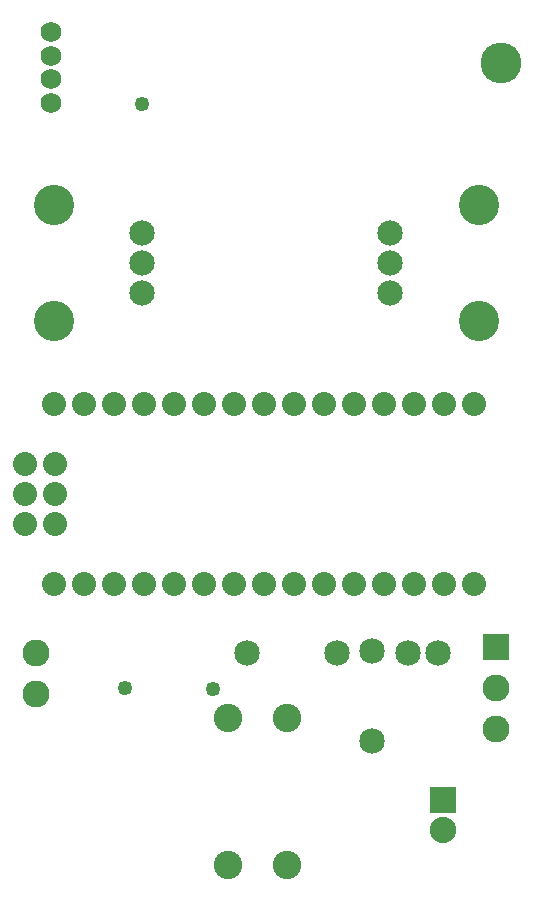
<source format=gts>
G04 MADE WITH FRITZING*
G04 WWW.FRITZING.ORG*
G04 DOUBLE SIDED*
G04 HOLES PLATED*
G04 CONTOUR ON CENTER OF CONTOUR VECTOR*
%ASAXBY*%
%FSLAX23Y23*%
%MOIN*%
%OFA0B0*%
%SFA1.0B1.0*%
%ADD10C,0.069200*%
%ADD11C,0.095000*%
%ADD12C,0.084667*%
%ADD13C,0.084695*%
%ADD14C,0.134033*%
%ADD15C,0.080000*%
%ADD16C,0.049370*%
%ADD17C,0.085000*%
%ADD18C,0.090000*%
%ADD19C,0.088000*%
%ADD20C,0.135984*%
%ADD21R,0.090000X0.090000*%
%ADD22R,0.088000X0.088000*%
%ADD23C,0.023600*%
%ADD24C,0.027000*%
%ADD25C,0.030000*%
%LNMASK1*%
G90*
G70*
G54D10*
X184Y2853D03*
X184Y2617D03*
X184Y2695D03*
X184Y2774D03*
G54D11*
X972Y567D03*
X775Y567D03*
X775Y75D03*
X972Y75D03*
X972Y567D03*
X775Y567D03*
X775Y75D03*
X972Y75D03*
G54D12*
X489Y1983D03*
X489Y2083D03*
G54D13*
X489Y2183D03*
G54D14*
X194Y1889D03*
X194Y2277D03*
G54D12*
X1316Y2183D03*
X1316Y2083D03*
G54D13*
X1316Y1983D03*
G54D14*
X1611Y2277D03*
X1611Y1889D03*
G54D15*
X194Y1011D03*
X294Y1011D03*
X394Y1011D03*
X494Y1011D03*
X594Y1011D03*
X694Y1011D03*
X794Y1011D03*
X894Y1011D03*
X994Y1011D03*
X1094Y1011D03*
X1194Y1011D03*
X1294Y1011D03*
X1394Y1011D03*
X1494Y1011D03*
X1594Y1011D03*
X194Y1611D03*
X294Y1611D03*
X394Y1611D03*
X494Y1611D03*
X594Y1611D03*
X694Y1611D03*
X794Y1611D03*
X894Y1611D03*
X994Y1611D03*
X1094Y1611D03*
X1194Y1611D03*
X1294Y1611D03*
X1394Y1611D03*
X1494Y1611D03*
X1594Y1611D03*
X98Y1211D03*
X198Y1211D03*
X98Y1311D03*
X198Y1311D03*
X98Y1411D03*
X198Y1411D03*
G54D16*
X488Y2614D03*
X432Y665D03*
G54D17*
X1475Y784D03*
X1375Y784D03*
X839Y784D03*
X1139Y784D03*
X1257Y789D03*
X1257Y489D03*
G54D18*
X135Y646D03*
X135Y784D03*
X1670Y804D03*
X1670Y666D03*
X1670Y528D03*
G54D19*
X1493Y293D03*
X1493Y193D03*
G54D16*
X726Y664D03*
G54D20*
X1685Y2748D03*
G54D21*
X1670Y804D03*
G54D22*
X1493Y293D03*
G54D23*
G36*
X161Y2876D02*
X207Y2876D01*
X207Y2830D01*
X161Y2830D01*
X161Y2876D01*
G37*
D02*
G54D24*
G36*
X167Y1037D02*
X220Y1037D01*
X220Y984D01*
X167Y984D01*
X167Y1037D01*
G37*
D02*
G54D25*
G36*
X1447Y756D02*
X1447Y811D01*
X1502Y811D01*
X1502Y756D01*
X1447Y756D01*
G37*
D02*
G36*
X105Y616D02*
X105Y676D01*
X165Y676D01*
X165Y616D01*
X105Y616D01*
G37*
D02*
G04 End of Mask1*
M02*
</source>
